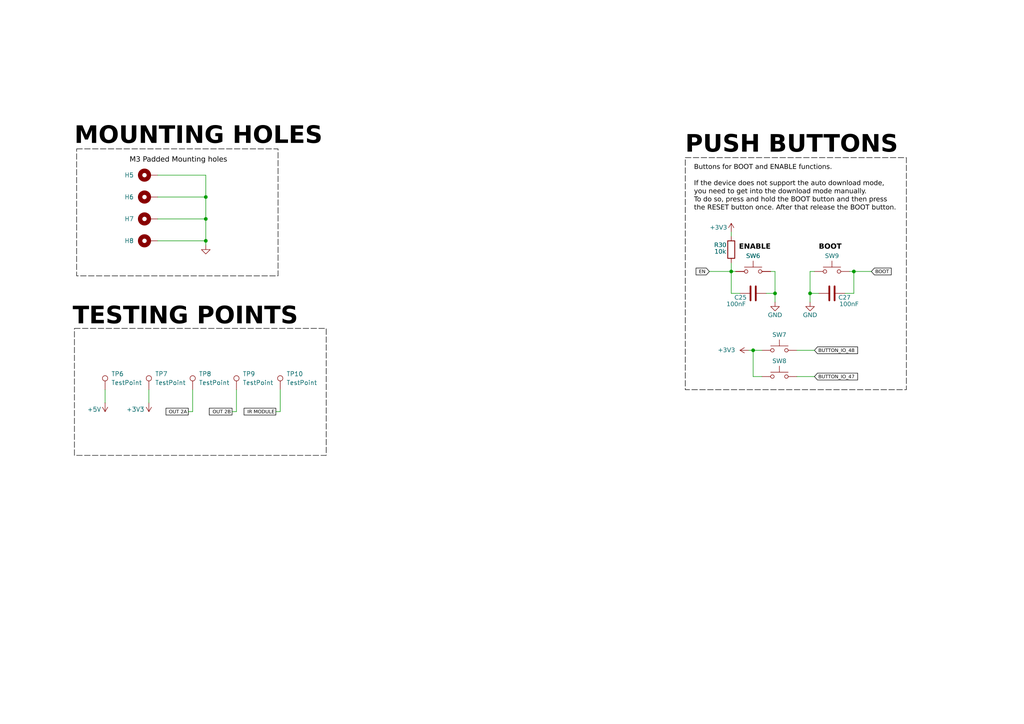
<source format=kicad_sch>
(kicad_sch (version 20250114) (generator "eeschema") (generator_version "9.0")
  (paper "A4")
  (lib_symbols
    (symbol "Connector:TestPoint" (pin_numbers (hide yes)) (pin_names (offset 0.762) (hide yes))
      (property "Reference" "TP" (at 0 6.858 0))
      (property "Value" "TestPoint" (at 0 5.08 0))
      (symbol "TestPoint_0_1"
        (circle (center 0 3.302) (radius 0.762))
      )
      (symbol "TestPoint_1_1"
        (pin passive line (at 0 0 90) (length 2.54) (name "1") (number "1"))
      )
    )
    (symbol "Device:C" (pin_numbers (hide yes)) (pin_names (offset 0.254))
      (property "Reference" "C" (at 0.635 2.54 0))
      (property "Value" "C" (at 0.635 -2.54 0))
      (symbol "C_0_1"
        (polyline (pts (xy -2.032 0.762) (xy 2.032 0.762)) (stroke (width 0.508)))
        (polyline (pts (xy -2.032 -0.762) (xy 2.032 -0.762)) (stroke (width 0.508)))
      )
      (symbol "C_1_1"
        (pin passive line (at 0 3.81 270) (length 2.794) (name "~") (number "1"))
        (pin passive line (at 0 -3.81 90) (length 2.794) (name "~") (number "2"))
      )
    )
    (symbol "Device:R" (pin_numbers (hide yes)) (pin_names (offset 0))
      (property "Reference" "R" (at 2.032 0 90))
      (property "Value" "R" (at 0 0 90))
      (symbol "R_0_1"
        (rectangle (start -1.016 -2.54) (end 1.016 2.54) (stroke (width 0.254)))
      )
      (symbol "R_1_1"
        (pin passive line (at 0 3.81 270) (length 1.27) (name "~") (number "1"))
        (pin passive line (at 0 -3.81 90) (length 1.27) (name "~") (number "2"))
      )
    )
    (symbol "Mechanical:MountingHole_Pad" (pin_numbers (hide yes)) (pin_names (offset 1.016) (hide yes))
      (property "Reference" "H" (at 0 6.35 0))
      (property "Value" "MountingHole_Pad" (at 0 4.445 0))
      (symbol "MountingHole_Pad_0_1"
        (circle (center 0 1.27) (radius 1.27) (stroke (width 1.27)))
      )
      (symbol "MountingHole_Pad_1_1"
        (pin input line (at 0 -2.54 90) (length 2.54) (name "1") (number "1"))
      )
    )
    (symbol "Switch:SW_Push" (pin_numbers (hide yes)) (pin_names (offset 1.016) (hide yes))
      (property "Reference" "SW" (at 1.27 2.54 0))
      (property "Value" "SW_Push" (at 0 -1.524 0))
      (symbol "SW_Push_0_1"
        (circle (center -2.032 0) (radius 0.508))
        (polyline (pts (xy 0 1.27) (xy 0 3.048)))
        (circle (center 2.032 0) (radius 0.508))
        (polyline (pts (xy 2.54 1.27) (xy -2.54 1.27)))
        (pin passive line (at -5.08 0 0) (length 2.54) (name "1") (number "1"))
        (pin passive line (at 5.08 0 180) (length 2.54) (name "2") (number "2"))
      )
    )
    (symbol "power:+3V3" (power) (pin_names (offset 0))
      (property "Value" "+3V3" (at 0 3.556 0))
      (symbol "+3V3_0_1"
        (polyline (pts (xy -0.762 1.27) (xy 0 2.54)))
        (polyline (pts (xy 0 2.54) (xy 0.762 1.27)))
        (polyline (pts (xy 0 0) (xy 0 2.54)))
      )
      (symbol "+3V3_1_1"
        (pin power_in line (at 0 0 90) (length 0) (hide yes) (name "+3V3") (number "1"))
      )
    )
    (symbol "power:+5V" (power) (pin_numbers (hide yes)) (pin_names (offset 0) (hide yes))
      (property "Value" "+5V" (at 0 3.556 0))
      (symbol "+5V_0_1"
        (polyline (pts (xy -0.762 1.27) (xy 0 2.54)))
        (polyline (pts (xy 0 2.54) (xy 0.762 1.27)))
        (polyline (pts (xy 0 0) (xy 0 2.54)))
      )
      (symbol "+5V_1_1"
        (pin power_in line (at 0 0 90) (length 0) (name "~") (number "1"))
      )
    )
    (symbol "power:GND" (power) (pin_names (offset 0))
      (property "Value" "GND" (at 0 -3.81 0))
      (symbol "GND_0_1"
        (polyline (pts (xy 0 0) (xy 0 -1.27) (xy 1.27 -1.27) (xy 0 -2.54) (xy -1.27 -1.27) (xy 0 -1.27)))
      )
      (symbol "GND_1_1"
        (pin power_in line (at 0 0 270) (length 0) (hide yes) (name "GND") (number "1"))
      )
    )
  )
  (rectangle (start 22.225 43.18) (end 80.645 80.01) (stroke (width 0) (type dash) (color 0 0 0 1)))
  (rectangle (start 21.59 95.25) (end 94.615 132.08) (stroke (width 0) (type dash) (color 0 0 0 1)))
  (rectangle (start 198.755 45.72) (end 262.89 113.03) (stroke (width 0) (type dash) (color 0 0 0 1)))
  (text "ENABLE" (at 223.52 73.025 0) (effects (font (size 1.5 1.5) (thickness 0.254) (bold yes)) (justify right bottom)))
  (text "MOUNTING HOLES" (at 21.59 43.815 0) (effects (font (size 5 5) (bold yes)) (justify left bottom)))
  (text "BOOT" (at 237.49 73.025 0) (effects (font (size 1.5 1.5) (bold yes)) (justify left bottom)))
  (text "M3 Padded Mounting holes" (at 37.592 47.752 0) (effects (font (size 1.5 1.5) (italic yes)) (justify left bottom)))
  (text "PUSH BUTTONS" (at 198.755 46.355 0) (effects (font (size 5 5) (bold yes)) (justify left bottom)))
  (text "Buttons for BOOT and ENABLE functions.\n\nIf the device does not support the auto download mode,\nyou need to get into the download mode manually. \nTo do so, press and hold the BOOT button and then press \nthe RESET button once. After that release the BOOT button." (at 201.295 61.595 0) (effects (font (size 1.4 1.4) (italic yes)) (justify left bottom)))
  (text "TESTING POINTS" (at 21.082 93.218 0) (effects (font (size 5 5) (thickness 1.2) (bold yes)) (justify left)))
  (junction (at 59.69 57.15))
  (junction (at 234.95 85.09))
  (junction (at 218.44 101.6))
  (junction (at 247.65 78.74))
  (junction (at 224.79 85.09))
  (junction (at 59.69 69.85))
  (junction (at 59.69 63.5))
  (junction (at 212.09 78.74))
  (wire (pts (xy 81.28 113.03) (xy 81.28 119.38)))
  (wire (pts (xy 234.95 78.74) (xy 234.95 85.09)))
  (wire (pts (xy 218.44 101.6) (xy 220.98 101.6)))
  (wire (pts (xy 43.18 116.84) (xy 43.18 113.03)))
  (wire (pts (xy 205.74 78.74) (xy 212.09 78.74)))
  (wire (pts (xy 231.14 101.6) (xy 236.22 101.6)))
  (wire (pts (xy 217.17 101.6) (xy 218.44 101.6)))
  (wire (pts (xy 59.69 71.12) (xy 59.69 69.85)))
  (wire (pts (xy 30.48 116.84) (xy 30.48 113.03)))
  (wire (pts (xy 59.69 63.5) (xy 59.69 69.85)))
  (wire (pts (xy 214.63 85.09) (xy 212.09 85.09)))
  (wire (pts (xy 67.31 119.38) (xy 68.58 119.38)))
  (wire (pts (xy 212.09 68.58) (xy 212.09 67.31)))
  (wire (pts (xy 218.44 101.6) (xy 218.44 109.22)))
  (wire (pts (xy 224.79 78.74) (xy 224.79 85.09)))
  (wire (pts (xy 54.61 119.38) (xy 55.88 119.38)))
  (wire (pts (xy 55.88 119.38) (xy 55.88 113.03)))
  (wire (pts (xy 68.58 119.38) (xy 68.58 113.03)))
  (wire (pts (xy 212.09 76.2) (xy 212.09 78.74)))
  (wire (pts (xy 80.01 119.38) (xy 81.28 119.38)))
  (wire (pts (xy 45.72 50.8) (xy 59.69 50.8)))
  (wire (pts (xy 45.72 69.85) (xy 59.69 69.85)))
  (wire (pts (xy 45.72 63.5) (xy 59.69 63.5)))
  (wire (pts (xy 234.95 78.74) (xy 236.22 78.74)))
  (wire (pts (xy 224.79 87.63) (xy 224.79 85.09)))
  (wire (pts (xy 247.65 78.74) (xy 252.73 78.74)))
  (wire (pts (xy 234.95 87.63) (xy 234.95 85.09)))
  (wire (pts (xy 59.69 50.8) (xy 59.69 57.15)))
  (wire (pts (xy 212.09 78.74) (xy 213.36 78.74)))
  (wire (pts (xy 234.95 85.09) (xy 237.49 85.09)))
  (wire (pts (xy 59.69 57.15) (xy 59.69 63.5)))
  (wire (pts (xy 212.09 78.74) (xy 212.09 85.09)))
  (wire (pts (xy 236.22 109.22) (xy 231.14 109.22)))
  (wire (pts (xy 247.65 78.74) (xy 246.38 78.74)))
  (wire (pts (xy 247.65 78.74) (xy 247.65 85.09)))
  (wire (pts (xy 45.72 57.15) (xy 59.69 57.15)))
  (wire (pts (xy 224.79 85.09) (xy 222.25 85.09)))
  (wire (pts (xy 218.44 109.22) (xy 220.98 109.22)))
  (wire (pts (xy 245.11 85.09) (xy 247.65 85.09)))
  (wire (pts (xy 224.79 78.74) (xy 223.52 78.74)))
  (global_label "OUT 2B" (shape passive) (at 67.31 119.38 180) (effects (font (size 1 1))) (property "Intersheetrefs" "${INTERSHEET_REFS}" (effects (hide yes))))
  (global_label "EN" (shape input) (at 205.74 78.74 180) (effects (font (size 1 1))) (property "Intersheetrefs" "${INTERSHEET_REFS}" (effects (hide yes))))
  (global_label "BOOT" (shape input) (at 252.73 78.74 0) (effects (font (size 1 1))) (property "Intersheetrefs" "${INTERSHEET_REFS}" (effects (hide yes))))
  (global_label "IR MODULE" (shape passive) (at 80.01 119.38 180) (effects (font (size 1 1))) (property "Intersheetrefs" "${INTERSHEET_REFS}" (effects (hide yes))))
  (global_label "BUTTON_IO_47" (shape input) (at 236.22 109.22 0) (effects (font (size 1 1))) (property "Intersheetrefs" "${INTERSHEET_REFS}" (effects (hide yes))))
  (global_label "BUTTON_IO_48" (shape input) (at 236.22 101.6 0) (effects (font (size 1 1))) (property "Intersheetrefs" "${INTERSHEET_REFS}" (effects (hide yes))))
  (global_label "OUT 2A" (shape passive) (at 54.61 119.38 180) (effects (font (size 1 1))) (property "Intersheetrefs" "${INTERSHEET_REFS}" (effects (hide yes))))
  (symbol (lib_id "Switch:SW_Push") (at 226.06 101.6 0) (unit 1)
    (property "Reference" "SW7" (at 226.06 97.155 0))
    (property "Value" "SW_Push" (effects (hide yes)))
    (property "Footprint" "sumec_brd:SW_SPST_EVQPE1" (effects (hide yes)))
  )
  (symbol (lib_id "Connector:TestPoint") (at 55.88 113.03 0) (unit 1)
    (property "Reference" "TP8" (at 57.658 108.458 0) (effects (justify left)))
    (property "Value" "TestPoint" (at 57.658 110.998 0) (effects (justify left)))
    (property "Footprint" "TestPoint:TestPoint_Pad_1.0x1.0mm" (effects (hide yes)))
    (property "Description" "test point" (effects (hide yes)))
  )
  (symbol (lib_id "power:+3V3") (at 43.18 116.84 180) (unit 1)
    (property "Reference" "#PWR063" (effects (hide yes)))
    (property "Value" "+3V3" (at 41.91 118.745 0) (effects (justify left)))
  )
  (symbol (lib_id "Switch:SW_Push") (at 226.06 109.22 0) (unit 1)
    (property "Reference" "SW8" (at 226.06 104.775 0))
    (property "Value" "SW_Push" (effects (hide yes)))
    (property "Footprint" "sumec_brd:SW_SPST_EVQPE1" (effects (hide yes)))
  )
  (symbol (lib_id "power:+3V3") (at 217.17 101.6 90) (unit 1)
    (property "Reference" "#PWR066" (effects (hide yes)))
    (property "Value" "+3V3" (at 213.36 101.6 90) (effects (justify left)))
  )
  (symbol (lib_id "power:GND") (at 224.79 87.63 0) (mirror y) (unit 1)
    (property "Reference" "#PWR067" (effects (hide yes)))
    (property "Value" "GND" (at 224.79 91.44 0))
  )
  (symbol (lib_id "Connector:TestPoint") (at 81.28 113.03 0) (unit 1)
    (property "Reference" "TP10" (at 83.058 108.458 0) (effects (justify left)))
    (property "Value" "TestPoint" (at 83.058 110.998 0) (effects (justify left)))
    (property "Footprint" "TestPoint:TestPoint_Pad_1.0x1.0mm" (effects (hide yes)))
    (property "Description" "test point" (effects (hide yes)))
  )
  (symbol (lib_id "power:+3V3") (at 212.09 67.31 0) (unit 1)
    (property "Reference" "#PWR065" (effects (hide yes)))
    (property "Value" "+3V3" (at 205.74 66.04 0) (effects (justify left)))
  )
  (symbol (lib_id "Mechanical:MountingHole_Pad") (at 43.18 69.85 90) (unit 1) (exclude_from_sim yes) (in_bom no)
    (property "Reference" "H8" (at 37.465 69.85 90))
    (property "Value" "Mounting Hole M3" (effects (hide yes)))
    (property "Footprint" "MountingHole:MountingHole_3.2mm_M3_Pad_Via" (effects (hide yes)))
    (property "Description" "Mounting Hole with connection" (effects (hide yes)))
  )
  (symbol (lib_id "power:GND") (at 234.95 87.63 0) (unit 1)
    (property "Reference" "#PWR068" (effects (hide yes)))
    (property "Value" "GND" (at 234.95 91.44 0))
  )
  (symbol (lib_id "Connector:TestPoint") (at 68.58 113.03 0) (unit 1)
    (property "Reference" "TP9" (at 70.358 108.458 0) (effects (justify left)))
    (property "Value" "TestPoint" (at 70.358 110.998 0) (effects (justify left)))
    (property "Footprint" "TestPoint:TestPoint_Pad_1.0x1.0mm" (effects (hide yes)))
    (property "Description" "test point" (effects (hide yes)))
  )
  (symbol (lib_id "Switch:SW_Push") (at 241.3 78.74 0) (unit 1)
    (property "Reference" "SW9" (at 241.3 74.295 0))
    (property "Value" "SW_Push" (effects (hide yes)))
    (property "Footprint" "sumec_brd:SW_SPST_EVQPE1" (effects (hide yes)))
  )
  (symbol (lib_id "Switch:SW_Push") (at 218.44 78.74 0) (mirror y) (unit 1)
    (property "Reference" "SW6" (at 218.44 74.295 0))
    (property "Value" "SW_Push" (effects (hide yes)))
    (property "Footprint" "sumec_brd:SW_SPST_EVQPE1" (effects (hide yes)))
    (property "Datasheet" "https://cz.mouser.com/ProductDetail/Panasonic/EVQ-PE104K?qs=wX5mvoJE4NGLiYsCBZAptQ%3D%3D" (effects (hide yes)))
  )
  (symbol (lib_id "Mechanical:MountingHole_Pad") (at 43.18 63.5 90) (unit 1) (exclude_from_sim yes) (in_bom no)
    (property "Reference" "H7" (at 37.465 63.5 90))
    (property "Value" "Mounting Hole M3" (effects (hide yes)))
    (property "Footprint" "MountingHole:MountingHole_3.2mm_M3_Pad_Via" (effects (hide yes)))
    (property "Description" "Mounting Hole with connection" (effects (hide yes)))
  )
  (symbol (lib_id "Device:C") (at 241.3 85.09 270) (mirror x) (unit 1)
    (property "Reference" "C27" (at 243.205 86.36 90) (effects (justify left)))
    (property "Value" "100nF" (at 243.205 88.265 90) (effects (justify left)))
    (property "Footprint" "Capacitor_SMD:C_0805_2012Metric_Pad1.18x1.45mm_HandSolder" (effects (hide yes)))
  )
  (symbol (lib_id "Connector:TestPoint") (at 43.18 113.03 0) (unit 1)
    (property "Reference" "TP7" (at 44.958 108.458 0) (effects (justify left)))
    (property "Value" "TestPoint" (at 44.958 110.998 0) (effects (justify left)))
    (property "Footprint" "TestPoint:TestPoint_Pad_1.0x1.0mm" (effects (hide yes)))
    (property "Description" "test point" (effects (hide yes)))
  )
  (symbol (lib_id "power:GND") (at 59.69 71.12 0) (unit 1)
    (property "Reference" "#PWR064" (effects (hide yes)))
    (property "Value" "GND" (effects (hide yes)))
    (property "Description" "Power symbol creates a global label with name \"GND\" , ground" (effects (hide yes)))
  )
  (symbol (lib_id "Mechanical:MountingHole_Pad") (at 43.18 57.15 90) (unit 1) (exclude_from_sim yes) (in_bom no)
    (property "Reference" "H6" (at 37.465 57.15 90))
    (property "Value" "Mounting Hole M3" (effects (hide yes)))
    (property "Footprint" "MountingHole:MountingHole_3.2mm_M3_Pad_Via" (effects (hide yes)))
    (property "Description" "Mounting Hole with connection" (effects (hide yes)))
  )
  (symbol (lib_id "Mechanical:MountingHole_Pad") (at 43.18 50.8 90) (unit 1) (exclude_from_sim yes) (in_bom no)
    (property "Reference" "H5" (at 37.465 50.8 90))
    (property "Value" "Mounting Hole M3" (effects (hide yes)))
    (property "Footprint" "MountingHole:MountingHole_3.2mm_M3_Pad_Via" (effects (hide yes)))
    (property "Description" "Mounting Hole with connection" (effects (hide yes)))
  )
  (symbol (lib_id "Connector:TestPoint") (at 30.48 113.03 0) (unit 1)
    (property "Reference" "TP6" (at 32.258 108.458 0) (effects (justify left)))
    (property "Value" "TestPoint" (at 32.258 110.998 0) (effects (justify left)))
    (property "Footprint" "TestPoint:TestPoint_Pad_1.0x1.0mm" (effects (hide yes)))
    (property "Description" "test point" (effects (hide yes)))
  )
  (symbol (lib_id "power:+5V") (at 30.48 116.84 180) (unit 1)
    (property "Reference" "#PWR062" (effects (hide yes)))
    (property "Value" "+5V" (at 27.305 118.745 0))
    (property "Description" "Power symbol creates a global label with name \"+5V\"" (effects (hide yes)))
  )
  (symbol (lib_id "Device:R") (at 212.09 72.39 180) (unit 1)
    (property "Reference" "R30" (at 208.915 71.12 0))
    (property "Value" "10k" (at 208.915 73.025 0))
    (property "Footprint" "Resistor_SMD:R_0805_2012Metric_Pad1.20x1.40mm_HandSolder" (effects (hide yes)))
  )
  (symbol (lib_id "Device:C") (at 218.44 85.09 90) (unit 1)
    (property "Reference" "C25" (at 216.535 86.36 90) (effects (justify left)))
    (property "Value" "100nF" (at 216.535 88.265 90) (effects (justify left)))
    (property "Footprint" "Capacitor_SMD:C_0805_2012Metric_Pad1.18x1.45mm_HandSolder" (effects (hide yes)))
  )
)
</source>
